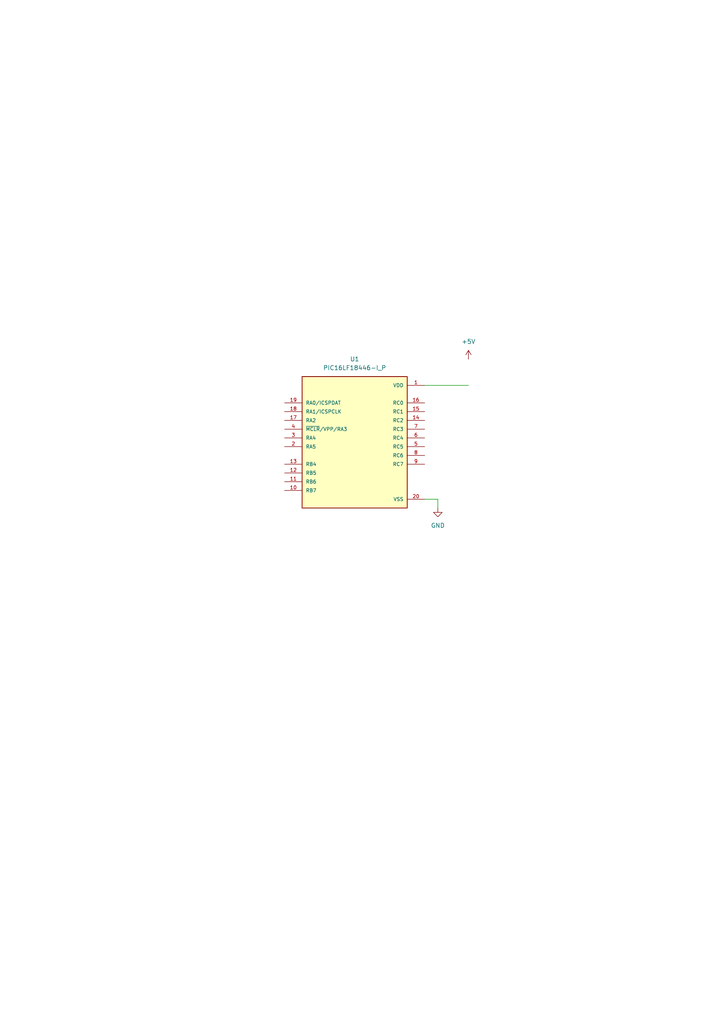
<source format=kicad_sch>
(kicad_sch (version 20250114) (generator "eeschema") (generator_version "9.0")
  (paper "A4" portrait)
  (lib_symbols
    (symbol "MCU_Microchip_PIC16:PIC16LF18446-I_P" (pin_names (offset 1.016))
      (property "Reference" "U" (at -15.24 21.32 0))
      (property "Value" "PIC16LF18446-I_P" (at -15.24 -20.32 0))
      (symbol "PIC16LF18446-I_P_0_0"
        (rectangle (start -15.24 -17.78) (end 15.24 20.32) (stroke (width 0.254)) (fill (type background)))
        (pin bidirectional line (at -20.32 12.7 0) (length 5.08) (name "RA0/ICSPDAT") (number "19"))
        (pin bidirectional line (at -20.32 10.16 0) (length 5.08) (name "RA1/ICSPCLK") (number "18"))
        (pin bidirectional line (at -20.32 7.62 0) (length 5.08) (name "RA2") (number "17"))
        (pin bidirectional line (at -20.32 5.08 0) (length 5.08) (name "~{MCLR}/VPP/RA3") (number "4"))
        (pin bidirectional line (at -20.32 2.54 0) (length 5.08) (name "RA4") (number "3"))
        (pin bidirectional line (at -20.32 0 0) (length 5.08) (name "RA5") (number "2"))
        (pin bidirectional line (at -20.32 -5.08 0) (length 5.08) (name "RB4") (number "13"))
        (pin bidirectional line (at -20.32 -7.62 0) (length 5.08) (name "RB5") (number "12"))
        (pin bidirectional line (at -20.32 -10.16 0) (length 5.08) (name "RB6") (number "11"))
        (pin bidirectional line (at -20.32 -12.7 0) (length 5.08) (name "RB7") (number "10"))
        (pin power_in line (at 20.32 17.78 180) (length 5.08) (name "VDD") (number "1"))
        (pin bidirectional line (at 20.32 12.7 180) (length 5.08) (name "RC0") (number "16"))
        (pin bidirectional line (at 20.32 10.16 180) (length 5.08) (name "RC1") (number "15"))
        (pin bidirectional line (at 20.32 7.62 180) (length 5.08) (name "RC2") (number "14"))
        (pin bidirectional line (at 20.32 5.08 180) (length 5.08) (name "RC3") (number "7"))
        (pin bidirectional line (at 20.32 2.54 180) (length 5.08) (name "RC4") (number "6"))
        (pin bidirectional line (at 20.32 0 180) (length 5.08) (name "RC5") (number "5"))
        (pin bidirectional line (at 20.32 -2.54 180) (length 5.08) (name "RC6") (number "8"))
        (pin bidirectional line (at 20.32 -5.08 180) (length 5.08) (name "RC7") (number "9"))
        (pin power_in line (at 20.32 -15.24 180) (length 5.08) (name "VSS") (number "20"))
      )
    )
    (symbol "power:+5V" (power) (pin_numbers (hide yes)) (pin_names (offset 0) (hide yes))
      (property "Value" "+5V" (at 0 3.556 0))
      (symbol "+5V_0_1"
        (polyline (pts (xy -0.762 1.27) (xy 0 2.54)))
        (polyline (pts (xy 0 2.54) (xy 0.762 1.27)))
        (polyline (pts (xy 0 0) (xy 0 2.54)))
      )
      (symbol "+5V_1_1"
        (pin power_in line (at 0 0 90) (length 0) (name "~") (number "1"))
      )
    )
    (symbol "power:GND" (power) (pin_numbers (hide yes)) (pin_names (offset 0) (hide yes))
      (property "Value" "GND" (at 0 -3.81 0))
      (symbol "GND_0_1"
        (polyline (pts (xy 0 0) (xy 0 -1.27) (xy 1.27 -1.27) (xy 0 -2.54) (xy -1.27 -1.27) (xy 0 -1.27)))
      )
      (symbol "GND_1_1"
        (pin power_in line (at 0 0 270) (length 0) (name "~") (number "1"))
      )
    )
  )
  (wire (pts (xy 127 147.32) (xy 127 144.78)))
  (wire (pts (xy 123.19 111.76) (xy 135.89 111.76)))
  (wire (pts (xy 123.19 144.78) (xy 127 144.78)))
  (symbol (lib_id "power:GND") (at 127 147.32 0) (unit 1)
    (property "Reference" "#PWR02" (effects (hide yes)))
    (property "Value" "GND" (at 127 152.4 0))
    (property "Description" "Power symbol creates a global label with name \"GND\" , ground" (effects (hide yes)))
  )
  (symbol (lib_id "power:+5V") (at 135.89 104.14 0) (unit 1)
    (property "Reference" "#PWR01" (effects (hide yes)))
    (property "Value" "+5V" (at 135.89 99.06 0))
    (property "Description" "Power symbol creates a global label with name \"+5V\"" (effects (hide yes)))
  )
  (symbol (lib_id "MCU_Microchip_PIC16:PIC16LF18446-I_P") (at 102.87 129.54 0) (unit 1)
    (property "Reference" "U1" (at 102.87 104.14 0))
    (property "Value" "PIC16LF18446-I_P" (at 102.87 106.68 0))
    (property "Footprint" "PIC16LF18446-I_P:DIP793W45P254L2590H533Q20" (effects (hide yes)))
    (property "MF" "Microchip" (effects (hide yes)))
    (property "MAXIMUM_PACKAGE_HEIGHT" "5.334mm" (effects (hide yes)))
    (property "Package" "PDIP-14 Microchip Technology" (effects (hide yes)))
    (property "Price" "None" (effects (hide yes)))
    (property "Check_prices" "https://www.snapeda.com/parts/PIC16LF18446-I/P/Microchip/view-part/?ref=eda" (effects (hide yes)))
    (property "STANDARD" "IPC 7351B" (effects (hide yes)))
    (property "PARTREV" "C" (effects (hide yes)))
    (property "SnapEDA_Link" "https://www.snapeda.com/parts/PIC16LF18446-I/P/Microchip/view-part/?ref=snap" (effects (hide yes)))
    (property "MP" "PIC16LF18446-I/P" (effects (hide yes)))
    (property "Description_1" "PIC PIC® XLP™ 16F Microcontroller IC 8-Bit 32MHz 28KB (16K x 14) FLASH 14-PDIP" (effects (hide yes)))
    (property "Availability" "In Stock" (effects (hide yes)))
    (property "MANUFACTURER" "Microchip" (effects (hide yes)))
  )
)
</source>
